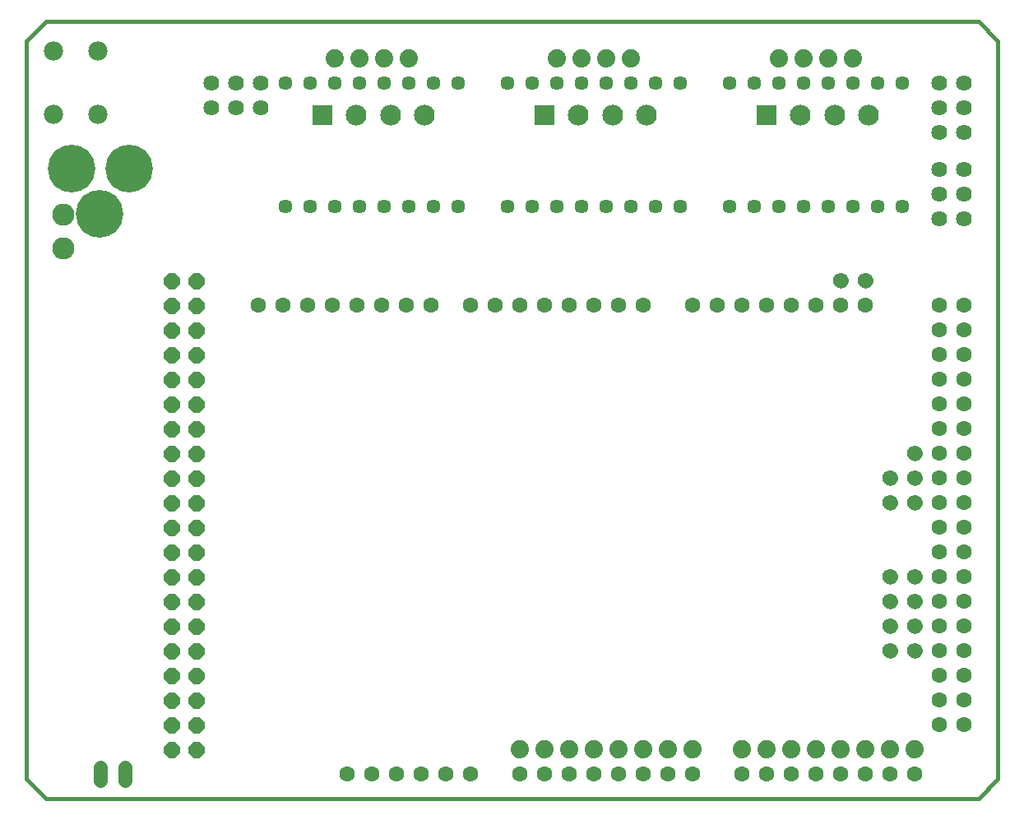
<source format=gbs>
G75*
%MOIN*%
%OFA0B0*%
%FSLAX25Y25*%
%IPPOS*%
%LPD*%
%AMOC8*
5,1,8,0,0,1.08239X$1,22.5*
%
%ADD10C,0.01600*%
%ADD11C,0.06306*%
%ADD12C,0.07400*%
%ADD13C,0.05715*%
%ADD14C,0.06400*%
%ADD15C,0.19298*%
%ADD16R,0.08400X0.08400*%
%ADD17C,0.08400*%
%ADD18C,0.09000*%
%ADD19C,0.07800*%
%ADD20OC8,0.06400*%
%ADD21C,0.05800*%
%ADD22C,0.05650*%
%ADD23C,0.00000*%
%ADD24C,0.06200*%
D10*
X0013573Y0009674D02*
X0021447Y0001800D01*
X0399400Y0001800D01*
X0407274Y0009674D01*
X0407274Y0308887D01*
X0399400Y0316761D01*
X0021447Y0316761D01*
X0013573Y0308887D01*
X0013573Y0308800D02*
X0013573Y0009800D01*
D11*
X0143573Y0011800D03*
X0153573Y0011800D03*
X0163573Y0011800D03*
X0173573Y0011800D03*
X0183573Y0011800D03*
X0193573Y0011800D03*
X0213573Y0011800D03*
X0223573Y0011800D03*
X0233573Y0011800D03*
X0243573Y0011800D03*
X0253573Y0011800D03*
X0263573Y0011800D03*
X0273573Y0011800D03*
X0283573Y0011800D03*
X0303573Y0011800D03*
X0313573Y0011800D03*
X0323573Y0011800D03*
X0333573Y0011800D03*
X0343573Y0011800D03*
X0353573Y0011800D03*
X0363573Y0011800D03*
X0373573Y0011800D03*
X0383573Y0031800D03*
X0393573Y0031800D03*
X0393573Y0041800D03*
X0383573Y0041800D03*
X0383573Y0051800D03*
X0393573Y0051800D03*
X0393573Y0061800D03*
X0383573Y0061800D03*
X0383573Y0071800D03*
X0393573Y0071800D03*
X0393573Y0081800D03*
X0383573Y0081800D03*
X0383573Y0091800D03*
X0393573Y0091800D03*
X0393573Y0101800D03*
X0383573Y0101800D03*
X0383573Y0111800D03*
X0393573Y0111800D03*
X0393573Y0121800D03*
X0383573Y0121800D03*
X0383573Y0131800D03*
X0393573Y0131800D03*
X0393573Y0141800D03*
X0383573Y0141800D03*
X0383573Y0151800D03*
X0393573Y0151800D03*
X0393573Y0161800D03*
X0383573Y0161800D03*
X0383573Y0171800D03*
X0393573Y0171800D03*
X0393573Y0181800D03*
X0383573Y0181800D03*
X0383573Y0191800D03*
X0393573Y0191800D03*
X0393573Y0201800D03*
X0383573Y0201800D03*
X0353573Y0201800D03*
X0343573Y0201800D03*
X0333573Y0201800D03*
X0323573Y0201800D03*
X0313573Y0201800D03*
X0303573Y0201800D03*
X0293573Y0201800D03*
X0283573Y0201800D03*
X0263573Y0201800D03*
X0253573Y0201800D03*
X0243573Y0201800D03*
X0233573Y0201800D03*
X0223573Y0201800D03*
X0213573Y0201800D03*
X0203573Y0201800D03*
X0193573Y0201800D03*
X0177573Y0201800D03*
X0167573Y0201800D03*
X0157573Y0201800D03*
X0147573Y0201800D03*
X0137573Y0201800D03*
X0127573Y0201800D03*
X0117573Y0201800D03*
X0107573Y0201800D03*
D12*
X0138573Y0301800D03*
X0148573Y0301800D03*
X0158573Y0301800D03*
X0168573Y0301800D03*
X0228573Y0301800D03*
X0238573Y0301800D03*
X0248573Y0301800D03*
X0258573Y0301800D03*
X0318573Y0301800D03*
X0328573Y0301800D03*
X0338573Y0301800D03*
X0348573Y0301800D03*
X0343573Y0021800D03*
X0333573Y0021800D03*
X0323573Y0021800D03*
X0313573Y0021800D03*
X0303573Y0021800D03*
X0283573Y0021800D03*
X0273573Y0021800D03*
X0263573Y0021800D03*
X0253573Y0021800D03*
X0243573Y0021800D03*
X0233573Y0021800D03*
X0223573Y0021800D03*
X0213573Y0021800D03*
X0353573Y0021800D03*
X0363573Y0021800D03*
X0373573Y0021800D03*
D13*
X0373573Y0121800D03*
X0373573Y0131800D03*
X0373573Y0141800D03*
X0368573Y0241800D03*
X0358573Y0241800D03*
X0348573Y0241800D03*
X0338573Y0241800D03*
X0328573Y0241800D03*
X0318573Y0241800D03*
X0308573Y0241800D03*
X0298573Y0241800D03*
X0278573Y0241800D03*
X0268573Y0241800D03*
X0258573Y0241800D03*
X0248573Y0241800D03*
X0238573Y0241800D03*
X0228573Y0241800D03*
X0218573Y0241800D03*
X0208573Y0241800D03*
X0188573Y0241800D03*
X0178573Y0241800D03*
X0168573Y0241800D03*
X0158573Y0241800D03*
X0148573Y0241800D03*
X0138573Y0241800D03*
X0128573Y0241800D03*
X0118573Y0241800D03*
X0118573Y0291800D03*
X0128573Y0291800D03*
X0138573Y0291800D03*
X0148573Y0291800D03*
X0158573Y0291800D03*
X0168573Y0291800D03*
X0178573Y0291800D03*
X0188573Y0291800D03*
X0208573Y0291800D03*
X0218573Y0291800D03*
X0228573Y0291800D03*
X0238573Y0291800D03*
X0248573Y0291800D03*
X0258573Y0291800D03*
X0268573Y0291800D03*
X0278573Y0291800D03*
X0298573Y0291800D03*
X0308573Y0291800D03*
X0318573Y0291800D03*
X0328573Y0291800D03*
X0338573Y0291800D03*
X0348573Y0291800D03*
X0358573Y0291800D03*
X0368573Y0291800D03*
D14*
X0383573Y0291800D03*
X0393573Y0291800D03*
X0393573Y0281800D03*
X0383573Y0281800D03*
X0383573Y0271800D03*
X0393573Y0271800D03*
X0393573Y0256800D03*
X0383573Y0256800D03*
X0383573Y0246800D03*
X0393573Y0246800D03*
X0393573Y0236800D03*
X0383573Y0236800D03*
X0108573Y0281800D03*
X0108573Y0291800D03*
X0098573Y0291800D03*
X0088573Y0291800D03*
X0088573Y0281800D03*
X0098573Y0281800D03*
D15*
X0055148Y0257194D03*
X0043337Y0238690D03*
X0031919Y0257194D03*
D16*
X0133573Y0278800D03*
X0223573Y0278800D03*
X0313573Y0278800D03*
D17*
X0327352Y0278800D03*
X0341132Y0278800D03*
X0354911Y0278800D03*
X0264911Y0278800D03*
X0251132Y0278800D03*
X0237352Y0278800D03*
X0174911Y0278800D03*
X0161132Y0278800D03*
X0147352Y0278800D03*
D18*
X0028573Y0238493D03*
X0028573Y0224713D03*
D19*
X0024673Y0279000D03*
X0042473Y0279000D03*
X0042473Y0304600D03*
X0024673Y0304600D03*
D20*
X0072431Y0211367D03*
X0082431Y0211367D03*
X0082431Y0201367D03*
X0072431Y0201367D03*
X0072431Y0191367D03*
X0082431Y0191367D03*
X0082431Y0181367D03*
X0072431Y0181367D03*
X0072431Y0171367D03*
X0082431Y0171367D03*
X0082431Y0161367D03*
X0072431Y0161367D03*
X0072431Y0151367D03*
X0082431Y0151367D03*
X0082431Y0141367D03*
X0072431Y0141367D03*
X0072431Y0131367D03*
X0082431Y0131367D03*
X0082431Y0121367D03*
X0072431Y0121367D03*
X0072431Y0111367D03*
X0082431Y0111367D03*
X0082431Y0101367D03*
X0072431Y0101367D03*
X0072431Y0091367D03*
X0082431Y0091367D03*
X0082431Y0081367D03*
X0072431Y0081367D03*
X0072431Y0071367D03*
X0082431Y0071367D03*
X0082431Y0061367D03*
X0072431Y0061367D03*
X0072431Y0051367D03*
X0082431Y0051367D03*
X0082431Y0041367D03*
X0072431Y0041367D03*
X0072431Y0031367D03*
X0082431Y0031367D03*
X0082431Y0021367D03*
X0072431Y0021367D03*
D21*
X0053573Y0014500D02*
X0053573Y0009100D01*
X0043573Y0009100D02*
X0043573Y0014500D01*
D22*
X0343573Y0211800D03*
X0353573Y0211800D03*
X0363573Y0131800D03*
X0363573Y0121800D03*
X0363573Y0091800D03*
X0373573Y0091800D03*
X0373573Y0081800D03*
X0373573Y0071800D03*
X0373573Y0061800D03*
X0363573Y0061800D03*
X0363573Y0071800D03*
X0363573Y0081800D03*
D23*
X0360673Y0081800D02*
X0360675Y0081907D01*
X0360681Y0082014D01*
X0360691Y0082121D01*
X0360705Y0082227D01*
X0360722Y0082333D01*
X0360744Y0082438D01*
X0360770Y0082542D01*
X0360799Y0082645D01*
X0360832Y0082747D01*
X0360869Y0082848D01*
X0360909Y0082947D01*
X0360954Y0083044D01*
X0361001Y0083140D01*
X0361053Y0083235D01*
X0361107Y0083327D01*
X0361165Y0083417D01*
X0361227Y0083505D01*
X0361291Y0083590D01*
X0361359Y0083673D01*
X0361430Y0083754D01*
X0361504Y0083832D01*
X0361580Y0083907D01*
X0361659Y0083979D01*
X0361741Y0084048D01*
X0361825Y0084114D01*
X0361912Y0084177D01*
X0362001Y0084237D01*
X0362092Y0084293D01*
X0362185Y0084346D01*
X0362280Y0084396D01*
X0362377Y0084442D01*
X0362476Y0084484D01*
X0362576Y0084523D01*
X0362677Y0084558D01*
X0362779Y0084589D01*
X0362883Y0084617D01*
X0362988Y0084640D01*
X0363093Y0084660D01*
X0363199Y0084676D01*
X0363305Y0084688D01*
X0363412Y0084696D01*
X0363519Y0084700D01*
X0363627Y0084700D01*
X0363734Y0084696D01*
X0363841Y0084688D01*
X0363947Y0084676D01*
X0364053Y0084660D01*
X0364158Y0084640D01*
X0364263Y0084617D01*
X0364367Y0084589D01*
X0364469Y0084558D01*
X0364570Y0084523D01*
X0364670Y0084484D01*
X0364769Y0084442D01*
X0364866Y0084396D01*
X0364961Y0084346D01*
X0365054Y0084293D01*
X0365145Y0084237D01*
X0365234Y0084177D01*
X0365321Y0084114D01*
X0365405Y0084048D01*
X0365487Y0083979D01*
X0365566Y0083907D01*
X0365642Y0083832D01*
X0365716Y0083754D01*
X0365787Y0083673D01*
X0365855Y0083590D01*
X0365919Y0083505D01*
X0365981Y0083417D01*
X0366039Y0083327D01*
X0366093Y0083235D01*
X0366145Y0083140D01*
X0366192Y0083044D01*
X0366237Y0082947D01*
X0366277Y0082848D01*
X0366314Y0082747D01*
X0366347Y0082645D01*
X0366376Y0082542D01*
X0366402Y0082438D01*
X0366424Y0082333D01*
X0366441Y0082227D01*
X0366455Y0082121D01*
X0366465Y0082014D01*
X0366471Y0081907D01*
X0366473Y0081800D01*
X0366471Y0081693D01*
X0366465Y0081586D01*
X0366455Y0081479D01*
X0366441Y0081373D01*
X0366424Y0081267D01*
X0366402Y0081162D01*
X0366376Y0081058D01*
X0366347Y0080955D01*
X0366314Y0080853D01*
X0366277Y0080752D01*
X0366237Y0080653D01*
X0366192Y0080556D01*
X0366145Y0080460D01*
X0366093Y0080365D01*
X0366039Y0080273D01*
X0365981Y0080183D01*
X0365919Y0080095D01*
X0365855Y0080010D01*
X0365787Y0079927D01*
X0365716Y0079846D01*
X0365642Y0079768D01*
X0365566Y0079693D01*
X0365487Y0079621D01*
X0365405Y0079552D01*
X0365321Y0079486D01*
X0365234Y0079423D01*
X0365145Y0079363D01*
X0365054Y0079307D01*
X0364961Y0079254D01*
X0364866Y0079204D01*
X0364769Y0079158D01*
X0364670Y0079116D01*
X0364570Y0079077D01*
X0364469Y0079042D01*
X0364367Y0079011D01*
X0364263Y0078983D01*
X0364158Y0078960D01*
X0364053Y0078940D01*
X0363947Y0078924D01*
X0363841Y0078912D01*
X0363734Y0078904D01*
X0363627Y0078900D01*
X0363519Y0078900D01*
X0363412Y0078904D01*
X0363305Y0078912D01*
X0363199Y0078924D01*
X0363093Y0078940D01*
X0362988Y0078960D01*
X0362883Y0078983D01*
X0362779Y0079011D01*
X0362677Y0079042D01*
X0362576Y0079077D01*
X0362476Y0079116D01*
X0362377Y0079158D01*
X0362280Y0079204D01*
X0362185Y0079254D01*
X0362092Y0079307D01*
X0362001Y0079363D01*
X0361912Y0079423D01*
X0361825Y0079486D01*
X0361741Y0079552D01*
X0361659Y0079621D01*
X0361580Y0079693D01*
X0361504Y0079768D01*
X0361430Y0079846D01*
X0361359Y0079927D01*
X0361291Y0080010D01*
X0361227Y0080095D01*
X0361165Y0080183D01*
X0361107Y0080273D01*
X0361053Y0080365D01*
X0361001Y0080460D01*
X0360954Y0080556D01*
X0360909Y0080653D01*
X0360869Y0080752D01*
X0360832Y0080853D01*
X0360799Y0080955D01*
X0360770Y0081058D01*
X0360744Y0081162D01*
X0360722Y0081267D01*
X0360705Y0081373D01*
X0360691Y0081479D01*
X0360681Y0081586D01*
X0360675Y0081693D01*
X0360673Y0081800D01*
X0360673Y0071800D02*
X0360675Y0071907D01*
X0360681Y0072014D01*
X0360691Y0072121D01*
X0360705Y0072227D01*
X0360722Y0072333D01*
X0360744Y0072438D01*
X0360770Y0072542D01*
X0360799Y0072645D01*
X0360832Y0072747D01*
X0360869Y0072848D01*
X0360909Y0072947D01*
X0360954Y0073044D01*
X0361001Y0073140D01*
X0361053Y0073235D01*
X0361107Y0073327D01*
X0361165Y0073417D01*
X0361227Y0073505D01*
X0361291Y0073590D01*
X0361359Y0073673D01*
X0361430Y0073754D01*
X0361504Y0073832D01*
X0361580Y0073907D01*
X0361659Y0073979D01*
X0361741Y0074048D01*
X0361825Y0074114D01*
X0361912Y0074177D01*
X0362001Y0074237D01*
X0362092Y0074293D01*
X0362185Y0074346D01*
X0362280Y0074396D01*
X0362377Y0074442D01*
X0362476Y0074484D01*
X0362576Y0074523D01*
X0362677Y0074558D01*
X0362779Y0074589D01*
X0362883Y0074617D01*
X0362988Y0074640D01*
X0363093Y0074660D01*
X0363199Y0074676D01*
X0363305Y0074688D01*
X0363412Y0074696D01*
X0363519Y0074700D01*
X0363627Y0074700D01*
X0363734Y0074696D01*
X0363841Y0074688D01*
X0363947Y0074676D01*
X0364053Y0074660D01*
X0364158Y0074640D01*
X0364263Y0074617D01*
X0364367Y0074589D01*
X0364469Y0074558D01*
X0364570Y0074523D01*
X0364670Y0074484D01*
X0364769Y0074442D01*
X0364866Y0074396D01*
X0364961Y0074346D01*
X0365054Y0074293D01*
X0365145Y0074237D01*
X0365234Y0074177D01*
X0365321Y0074114D01*
X0365405Y0074048D01*
X0365487Y0073979D01*
X0365566Y0073907D01*
X0365642Y0073832D01*
X0365716Y0073754D01*
X0365787Y0073673D01*
X0365855Y0073590D01*
X0365919Y0073505D01*
X0365981Y0073417D01*
X0366039Y0073327D01*
X0366093Y0073235D01*
X0366145Y0073140D01*
X0366192Y0073044D01*
X0366237Y0072947D01*
X0366277Y0072848D01*
X0366314Y0072747D01*
X0366347Y0072645D01*
X0366376Y0072542D01*
X0366402Y0072438D01*
X0366424Y0072333D01*
X0366441Y0072227D01*
X0366455Y0072121D01*
X0366465Y0072014D01*
X0366471Y0071907D01*
X0366473Y0071800D01*
X0366471Y0071693D01*
X0366465Y0071586D01*
X0366455Y0071479D01*
X0366441Y0071373D01*
X0366424Y0071267D01*
X0366402Y0071162D01*
X0366376Y0071058D01*
X0366347Y0070955D01*
X0366314Y0070853D01*
X0366277Y0070752D01*
X0366237Y0070653D01*
X0366192Y0070556D01*
X0366145Y0070460D01*
X0366093Y0070365D01*
X0366039Y0070273D01*
X0365981Y0070183D01*
X0365919Y0070095D01*
X0365855Y0070010D01*
X0365787Y0069927D01*
X0365716Y0069846D01*
X0365642Y0069768D01*
X0365566Y0069693D01*
X0365487Y0069621D01*
X0365405Y0069552D01*
X0365321Y0069486D01*
X0365234Y0069423D01*
X0365145Y0069363D01*
X0365054Y0069307D01*
X0364961Y0069254D01*
X0364866Y0069204D01*
X0364769Y0069158D01*
X0364670Y0069116D01*
X0364570Y0069077D01*
X0364469Y0069042D01*
X0364367Y0069011D01*
X0364263Y0068983D01*
X0364158Y0068960D01*
X0364053Y0068940D01*
X0363947Y0068924D01*
X0363841Y0068912D01*
X0363734Y0068904D01*
X0363627Y0068900D01*
X0363519Y0068900D01*
X0363412Y0068904D01*
X0363305Y0068912D01*
X0363199Y0068924D01*
X0363093Y0068940D01*
X0362988Y0068960D01*
X0362883Y0068983D01*
X0362779Y0069011D01*
X0362677Y0069042D01*
X0362576Y0069077D01*
X0362476Y0069116D01*
X0362377Y0069158D01*
X0362280Y0069204D01*
X0362185Y0069254D01*
X0362092Y0069307D01*
X0362001Y0069363D01*
X0361912Y0069423D01*
X0361825Y0069486D01*
X0361741Y0069552D01*
X0361659Y0069621D01*
X0361580Y0069693D01*
X0361504Y0069768D01*
X0361430Y0069846D01*
X0361359Y0069927D01*
X0361291Y0070010D01*
X0361227Y0070095D01*
X0361165Y0070183D01*
X0361107Y0070273D01*
X0361053Y0070365D01*
X0361001Y0070460D01*
X0360954Y0070556D01*
X0360909Y0070653D01*
X0360869Y0070752D01*
X0360832Y0070853D01*
X0360799Y0070955D01*
X0360770Y0071058D01*
X0360744Y0071162D01*
X0360722Y0071267D01*
X0360705Y0071373D01*
X0360691Y0071479D01*
X0360681Y0071586D01*
X0360675Y0071693D01*
X0360673Y0071800D01*
X0360673Y0061800D02*
X0360675Y0061907D01*
X0360681Y0062014D01*
X0360691Y0062121D01*
X0360705Y0062227D01*
X0360722Y0062333D01*
X0360744Y0062438D01*
X0360770Y0062542D01*
X0360799Y0062645D01*
X0360832Y0062747D01*
X0360869Y0062848D01*
X0360909Y0062947D01*
X0360954Y0063044D01*
X0361001Y0063140D01*
X0361053Y0063235D01*
X0361107Y0063327D01*
X0361165Y0063417D01*
X0361227Y0063505D01*
X0361291Y0063590D01*
X0361359Y0063673D01*
X0361430Y0063754D01*
X0361504Y0063832D01*
X0361580Y0063907D01*
X0361659Y0063979D01*
X0361741Y0064048D01*
X0361825Y0064114D01*
X0361912Y0064177D01*
X0362001Y0064237D01*
X0362092Y0064293D01*
X0362185Y0064346D01*
X0362280Y0064396D01*
X0362377Y0064442D01*
X0362476Y0064484D01*
X0362576Y0064523D01*
X0362677Y0064558D01*
X0362779Y0064589D01*
X0362883Y0064617D01*
X0362988Y0064640D01*
X0363093Y0064660D01*
X0363199Y0064676D01*
X0363305Y0064688D01*
X0363412Y0064696D01*
X0363519Y0064700D01*
X0363627Y0064700D01*
X0363734Y0064696D01*
X0363841Y0064688D01*
X0363947Y0064676D01*
X0364053Y0064660D01*
X0364158Y0064640D01*
X0364263Y0064617D01*
X0364367Y0064589D01*
X0364469Y0064558D01*
X0364570Y0064523D01*
X0364670Y0064484D01*
X0364769Y0064442D01*
X0364866Y0064396D01*
X0364961Y0064346D01*
X0365054Y0064293D01*
X0365145Y0064237D01*
X0365234Y0064177D01*
X0365321Y0064114D01*
X0365405Y0064048D01*
X0365487Y0063979D01*
X0365566Y0063907D01*
X0365642Y0063832D01*
X0365716Y0063754D01*
X0365787Y0063673D01*
X0365855Y0063590D01*
X0365919Y0063505D01*
X0365981Y0063417D01*
X0366039Y0063327D01*
X0366093Y0063235D01*
X0366145Y0063140D01*
X0366192Y0063044D01*
X0366237Y0062947D01*
X0366277Y0062848D01*
X0366314Y0062747D01*
X0366347Y0062645D01*
X0366376Y0062542D01*
X0366402Y0062438D01*
X0366424Y0062333D01*
X0366441Y0062227D01*
X0366455Y0062121D01*
X0366465Y0062014D01*
X0366471Y0061907D01*
X0366473Y0061800D01*
X0366471Y0061693D01*
X0366465Y0061586D01*
X0366455Y0061479D01*
X0366441Y0061373D01*
X0366424Y0061267D01*
X0366402Y0061162D01*
X0366376Y0061058D01*
X0366347Y0060955D01*
X0366314Y0060853D01*
X0366277Y0060752D01*
X0366237Y0060653D01*
X0366192Y0060556D01*
X0366145Y0060460D01*
X0366093Y0060365D01*
X0366039Y0060273D01*
X0365981Y0060183D01*
X0365919Y0060095D01*
X0365855Y0060010D01*
X0365787Y0059927D01*
X0365716Y0059846D01*
X0365642Y0059768D01*
X0365566Y0059693D01*
X0365487Y0059621D01*
X0365405Y0059552D01*
X0365321Y0059486D01*
X0365234Y0059423D01*
X0365145Y0059363D01*
X0365054Y0059307D01*
X0364961Y0059254D01*
X0364866Y0059204D01*
X0364769Y0059158D01*
X0364670Y0059116D01*
X0364570Y0059077D01*
X0364469Y0059042D01*
X0364367Y0059011D01*
X0364263Y0058983D01*
X0364158Y0058960D01*
X0364053Y0058940D01*
X0363947Y0058924D01*
X0363841Y0058912D01*
X0363734Y0058904D01*
X0363627Y0058900D01*
X0363519Y0058900D01*
X0363412Y0058904D01*
X0363305Y0058912D01*
X0363199Y0058924D01*
X0363093Y0058940D01*
X0362988Y0058960D01*
X0362883Y0058983D01*
X0362779Y0059011D01*
X0362677Y0059042D01*
X0362576Y0059077D01*
X0362476Y0059116D01*
X0362377Y0059158D01*
X0362280Y0059204D01*
X0362185Y0059254D01*
X0362092Y0059307D01*
X0362001Y0059363D01*
X0361912Y0059423D01*
X0361825Y0059486D01*
X0361741Y0059552D01*
X0361659Y0059621D01*
X0361580Y0059693D01*
X0361504Y0059768D01*
X0361430Y0059846D01*
X0361359Y0059927D01*
X0361291Y0060010D01*
X0361227Y0060095D01*
X0361165Y0060183D01*
X0361107Y0060273D01*
X0361053Y0060365D01*
X0361001Y0060460D01*
X0360954Y0060556D01*
X0360909Y0060653D01*
X0360869Y0060752D01*
X0360832Y0060853D01*
X0360799Y0060955D01*
X0360770Y0061058D01*
X0360744Y0061162D01*
X0360722Y0061267D01*
X0360705Y0061373D01*
X0360691Y0061479D01*
X0360681Y0061586D01*
X0360675Y0061693D01*
X0360673Y0061800D01*
X0370673Y0061800D02*
X0370675Y0061907D01*
X0370681Y0062014D01*
X0370691Y0062121D01*
X0370705Y0062227D01*
X0370722Y0062333D01*
X0370744Y0062438D01*
X0370770Y0062542D01*
X0370799Y0062645D01*
X0370832Y0062747D01*
X0370869Y0062848D01*
X0370909Y0062947D01*
X0370954Y0063044D01*
X0371001Y0063140D01*
X0371053Y0063235D01*
X0371107Y0063327D01*
X0371165Y0063417D01*
X0371227Y0063505D01*
X0371291Y0063590D01*
X0371359Y0063673D01*
X0371430Y0063754D01*
X0371504Y0063832D01*
X0371580Y0063907D01*
X0371659Y0063979D01*
X0371741Y0064048D01*
X0371825Y0064114D01*
X0371912Y0064177D01*
X0372001Y0064237D01*
X0372092Y0064293D01*
X0372185Y0064346D01*
X0372280Y0064396D01*
X0372377Y0064442D01*
X0372476Y0064484D01*
X0372576Y0064523D01*
X0372677Y0064558D01*
X0372779Y0064589D01*
X0372883Y0064617D01*
X0372988Y0064640D01*
X0373093Y0064660D01*
X0373199Y0064676D01*
X0373305Y0064688D01*
X0373412Y0064696D01*
X0373519Y0064700D01*
X0373627Y0064700D01*
X0373734Y0064696D01*
X0373841Y0064688D01*
X0373947Y0064676D01*
X0374053Y0064660D01*
X0374158Y0064640D01*
X0374263Y0064617D01*
X0374367Y0064589D01*
X0374469Y0064558D01*
X0374570Y0064523D01*
X0374670Y0064484D01*
X0374769Y0064442D01*
X0374866Y0064396D01*
X0374961Y0064346D01*
X0375054Y0064293D01*
X0375145Y0064237D01*
X0375234Y0064177D01*
X0375321Y0064114D01*
X0375405Y0064048D01*
X0375487Y0063979D01*
X0375566Y0063907D01*
X0375642Y0063832D01*
X0375716Y0063754D01*
X0375787Y0063673D01*
X0375855Y0063590D01*
X0375919Y0063505D01*
X0375981Y0063417D01*
X0376039Y0063327D01*
X0376093Y0063235D01*
X0376145Y0063140D01*
X0376192Y0063044D01*
X0376237Y0062947D01*
X0376277Y0062848D01*
X0376314Y0062747D01*
X0376347Y0062645D01*
X0376376Y0062542D01*
X0376402Y0062438D01*
X0376424Y0062333D01*
X0376441Y0062227D01*
X0376455Y0062121D01*
X0376465Y0062014D01*
X0376471Y0061907D01*
X0376473Y0061800D01*
X0376471Y0061693D01*
X0376465Y0061586D01*
X0376455Y0061479D01*
X0376441Y0061373D01*
X0376424Y0061267D01*
X0376402Y0061162D01*
X0376376Y0061058D01*
X0376347Y0060955D01*
X0376314Y0060853D01*
X0376277Y0060752D01*
X0376237Y0060653D01*
X0376192Y0060556D01*
X0376145Y0060460D01*
X0376093Y0060365D01*
X0376039Y0060273D01*
X0375981Y0060183D01*
X0375919Y0060095D01*
X0375855Y0060010D01*
X0375787Y0059927D01*
X0375716Y0059846D01*
X0375642Y0059768D01*
X0375566Y0059693D01*
X0375487Y0059621D01*
X0375405Y0059552D01*
X0375321Y0059486D01*
X0375234Y0059423D01*
X0375145Y0059363D01*
X0375054Y0059307D01*
X0374961Y0059254D01*
X0374866Y0059204D01*
X0374769Y0059158D01*
X0374670Y0059116D01*
X0374570Y0059077D01*
X0374469Y0059042D01*
X0374367Y0059011D01*
X0374263Y0058983D01*
X0374158Y0058960D01*
X0374053Y0058940D01*
X0373947Y0058924D01*
X0373841Y0058912D01*
X0373734Y0058904D01*
X0373627Y0058900D01*
X0373519Y0058900D01*
X0373412Y0058904D01*
X0373305Y0058912D01*
X0373199Y0058924D01*
X0373093Y0058940D01*
X0372988Y0058960D01*
X0372883Y0058983D01*
X0372779Y0059011D01*
X0372677Y0059042D01*
X0372576Y0059077D01*
X0372476Y0059116D01*
X0372377Y0059158D01*
X0372280Y0059204D01*
X0372185Y0059254D01*
X0372092Y0059307D01*
X0372001Y0059363D01*
X0371912Y0059423D01*
X0371825Y0059486D01*
X0371741Y0059552D01*
X0371659Y0059621D01*
X0371580Y0059693D01*
X0371504Y0059768D01*
X0371430Y0059846D01*
X0371359Y0059927D01*
X0371291Y0060010D01*
X0371227Y0060095D01*
X0371165Y0060183D01*
X0371107Y0060273D01*
X0371053Y0060365D01*
X0371001Y0060460D01*
X0370954Y0060556D01*
X0370909Y0060653D01*
X0370869Y0060752D01*
X0370832Y0060853D01*
X0370799Y0060955D01*
X0370770Y0061058D01*
X0370744Y0061162D01*
X0370722Y0061267D01*
X0370705Y0061373D01*
X0370691Y0061479D01*
X0370681Y0061586D01*
X0370675Y0061693D01*
X0370673Y0061800D01*
X0370673Y0071800D02*
X0370675Y0071907D01*
X0370681Y0072014D01*
X0370691Y0072121D01*
X0370705Y0072227D01*
X0370722Y0072333D01*
X0370744Y0072438D01*
X0370770Y0072542D01*
X0370799Y0072645D01*
X0370832Y0072747D01*
X0370869Y0072848D01*
X0370909Y0072947D01*
X0370954Y0073044D01*
X0371001Y0073140D01*
X0371053Y0073235D01*
X0371107Y0073327D01*
X0371165Y0073417D01*
X0371227Y0073505D01*
X0371291Y0073590D01*
X0371359Y0073673D01*
X0371430Y0073754D01*
X0371504Y0073832D01*
X0371580Y0073907D01*
X0371659Y0073979D01*
X0371741Y0074048D01*
X0371825Y0074114D01*
X0371912Y0074177D01*
X0372001Y0074237D01*
X0372092Y0074293D01*
X0372185Y0074346D01*
X0372280Y0074396D01*
X0372377Y0074442D01*
X0372476Y0074484D01*
X0372576Y0074523D01*
X0372677Y0074558D01*
X0372779Y0074589D01*
X0372883Y0074617D01*
X0372988Y0074640D01*
X0373093Y0074660D01*
X0373199Y0074676D01*
X0373305Y0074688D01*
X0373412Y0074696D01*
X0373519Y0074700D01*
X0373627Y0074700D01*
X0373734Y0074696D01*
X0373841Y0074688D01*
X0373947Y0074676D01*
X0374053Y0074660D01*
X0374158Y0074640D01*
X0374263Y0074617D01*
X0374367Y0074589D01*
X0374469Y0074558D01*
X0374570Y0074523D01*
X0374670Y0074484D01*
X0374769Y0074442D01*
X0374866Y0074396D01*
X0374961Y0074346D01*
X0375054Y0074293D01*
X0375145Y0074237D01*
X0375234Y0074177D01*
X0375321Y0074114D01*
X0375405Y0074048D01*
X0375487Y0073979D01*
X0375566Y0073907D01*
X0375642Y0073832D01*
X0375716Y0073754D01*
X0375787Y0073673D01*
X0375855Y0073590D01*
X0375919Y0073505D01*
X0375981Y0073417D01*
X0376039Y0073327D01*
X0376093Y0073235D01*
X0376145Y0073140D01*
X0376192Y0073044D01*
X0376237Y0072947D01*
X0376277Y0072848D01*
X0376314Y0072747D01*
X0376347Y0072645D01*
X0376376Y0072542D01*
X0376402Y0072438D01*
X0376424Y0072333D01*
X0376441Y0072227D01*
X0376455Y0072121D01*
X0376465Y0072014D01*
X0376471Y0071907D01*
X0376473Y0071800D01*
X0376471Y0071693D01*
X0376465Y0071586D01*
X0376455Y0071479D01*
X0376441Y0071373D01*
X0376424Y0071267D01*
X0376402Y0071162D01*
X0376376Y0071058D01*
X0376347Y0070955D01*
X0376314Y0070853D01*
X0376277Y0070752D01*
X0376237Y0070653D01*
X0376192Y0070556D01*
X0376145Y0070460D01*
X0376093Y0070365D01*
X0376039Y0070273D01*
X0375981Y0070183D01*
X0375919Y0070095D01*
X0375855Y0070010D01*
X0375787Y0069927D01*
X0375716Y0069846D01*
X0375642Y0069768D01*
X0375566Y0069693D01*
X0375487Y0069621D01*
X0375405Y0069552D01*
X0375321Y0069486D01*
X0375234Y0069423D01*
X0375145Y0069363D01*
X0375054Y0069307D01*
X0374961Y0069254D01*
X0374866Y0069204D01*
X0374769Y0069158D01*
X0374670Y0069116D01*
X0374570Y0069077D01*
X0374469Y0069042D01*
X0374367Y0069011D01*
X0374263Y0068983D01*
X0374158Y0068960D01*
X0374053Y0068940D01*
X0373947Y0068924D01*
X0373841Y0068912D01*
X0373734Y0068904D01*
X0373627Y0068900D01*
X0373519Y0068900D01*
X0373412Y0068904D01*
X0373305Y0068912D01*
X0373199Y0068924D01*
X0373093Y0068940D01*
X0372988Y0068960D01*
X0372883Y0068983D01*
X0372779Y0069011D01*
X0372677Y0069042D01*
X0372576Y0069077D01*
X0372476Y0069116D01*
X0372377Y0069158D01*
X0372280Y0069204D01*
X0372185Y0069254D01*
X0372092Y0069307D01*
X0372001Y0069363D01*
X0371912Y0069423D01*
X0371825Y0069486D01*
X0371741Y0069552D01*
X0371659Y0069621D01*
X0371580Y0069693D01*
X0371504Y0069768D01*
X0371430Y0069846D01*
X0371359Y0069927D01*
X0371291Y0070010D01*
X0371227Y0070095D01*
X0371165Y0070183D01*
X0371107Y0070273D01*
X0371053Y0070365D01*
X0371001Y0070460D01*
X0370954Y0070556D01*
X0370909Y0070653D01*
X0370869Y0070752D01*
X0370832Y0070853D01*
X0370799Y0070955D01*
X0370770Y0071058D01*
X0370744Y0071162D01*
X0370722Y0071267D01*
X0370705Y0071373D01*
X0370691Y0071479D01*
X0370681Y0071586D01*
X0370675Y0071693D01*
X0370673Y0071800D01*
X0370673Y0081800D02*
X0370675Y0081907D01*
X0370681Y0082014D01*
X0370691Y0082121D01*
X0370705Y0082227D01*
X0370722Y0082333D01*
X0370744Y0082438D01*
X0370770Y0082542D01*
X0370799Y0082645D01*
X0370832Y0082747D01*
X0370869Y0082848D01*
X0370909Y0082947D01*
X0370954Y0083044D01*
X0371001Y0083140D01*
X0371053Y0083235D01*
X0371107Y0083327D01*
X0371165Y0083417D01*
X0371227Y0083505D01*
X0371291Y0083590D01*
X0371359Y0083673D01*
X0371430Y0083754D01*
X0371504Y0083832D01*
X0371580Y0083907D01*
X0371659Y0083979D01*
X0371741Y0084048D01*
X0371825Y0084114D01*
X0371912Y0084177D01*
X0372001Y0084237D01*
X0372092Y0084293D01*
X0372185Y0084346D01*
X0372280Y0084396D01*
X0372377Y0084442D01*
X0372476Y0084484D01*
X0372576Y0084523D01*
X0372677Y0084558D01*
X0372779Y0084589D01*
X0372883Y0084617D01*
X0372988Y0084640D01*
X0373093Y0084660D01*
X0373199Y0084676D01*
X0373305Y0084688D01*
X0373412Y0084696D01*
X0373519Y0084700D01*
X0373627Y0084700D01*
X0373734Y0084696D01*
X0373841Y0084688D01*
X0373947Y0084676D01*
X0374053Y0084660D01*
X0374158Y0084640D01*
X0374263Y0084617D01*
X0374367Y0084589D01*
X0374469Y0084558D01*
X0374570Y0084523D01*
X0374670Y0084484D01*
X0374769Y0084442D01*
X0374866Y0084396D01*
X0374961Y0084346D01*
X0375054Y0084293D01*
X0375145Y0084237D01*
X0375234Y0084177D01*
X0375321Y0084114D01*
X0375405Y0084048D01*
X0375487Y0083979D01*
X0375566Y0083907D01*
X0375642Y0083832D01*
X0375716Y0083754D01*
X0375787Y0083673D01*
X0375855Y0083590D01*
X0375919Y0083505D01*
X0375981Y0083417D01*
X0376039Y0083327D01*
X0376093Y0083235D01*
X0376145Y0083140D01*
X0376192Y0083044D01*
X0376237Y0082947D01*
X0376277Y0082848D01*
X0376314Y0082747D01*
X0376347Y0082645D01*
X0376376Y0082542D01*
X0376402Y0082438D01*
X0376424Y0082333D01*
X0376441Y0082227D01*
X0376455Y0082121D01*
X0376465Y0082014D01*
X0376471Y0081907D01*
X0376473Y0081800D01*
X0376471Y0081693D01*
X0376465Y0081586D01*
X0376455Y0081479D01*
X0376441Y0081373D01*
X0376424Y0081267D01*
X0376402Y0081162D01*
X0376376Y0081058D01*
X0376347Y0080955D01*
X0376314Y0080853D01*
X0376277Y0080752D01*
X0376237Y0080653D01*
X0376192Y0080556D01*
X0376145Y0080460D01*
X0376093Y0080365D01*
X0376039Y0080273D01*
X0375981Y0080183D01*
X0375919Y0080095D01*
X0375855Y0080010D01*
X0375787Y0079927D01*
X0375716Y0079846D01*
X0375642Y0079768D01*
X0375566Y0079693D01*
X0375487Y0079621D01*
X0375405Y0079552D01*
X0375321Y0079486D01*
X0375234Y0079423D01*
X0375145Y0079363D01*
X0375054Y0079307D01*
X0374961Y0079254D01*
X0374866Y0079204D01*
X0374769Y0079158D01*
X0374670Y0079116D01*
X0374570Y0079077D01*
X0374469Y0079042D01*
X0374367Y0079011D01*
X0374263Y0078983D01*
X0374158Y0078960D01*
X0374053Y0078940D01*
X0373947Y0078924D01*
X0373841Y0078912D01*
X0373734Y0078904D01*
X0373627Y0078900D01*
X0373519Y0078900D01*
X0373412Y0078904D01*
X0373305Y0078912D01*
X0373199Y0078924D01*
X0373093Y0078940D01*
X0372988Y0078960D01*
X0372883Y0078983D01*
X0372779Y0079011D01*
X0372677Y0079042D01*
X0372576Y0079077D01*
X0372476Y0079116D01*
X0372377Y0079158D01*
X0372280Y0079204D01*
X0372185Y0079254D01*
X0372092Y0079307D01*
X0372001Y0079363D01*
X0371912Y0079423D01*
X0371825Y0079486D01*
X0371741Y0079552D01*
X0371659Y0079621D01*
X0371580Y0079693D01*
X0371504Y0079768D01*
X0371430Y0079846D01*
X0371359Y0079927D01*
X0371291Y0080010D01*
X0371227Y0080095D01*
X0371165Y0080183D01*
X0371107Y0080273D01*
X0371053Y0080365D01*
X0371001Y0080460D01*
X0370954Y0080556D01*
X0370909Y0080653D01*
X0370869Y0080752D01*
X0370832Y0080853D01*
X0370799Y0080955D01*
X0370770Y0081058D01*
X0370744Y0081162D01*
X0370722Y0081267D01*
X0370705Y0081373D01*
X0370691Y0081479D01*
X0370681Y0081586D01*
X0370675Y0081693D01*
X0370673Y0081800D01*
X0370673Y0091800D02*
X0370675Y0091907D01*
X0370681Y0092014D01*
X0370691Y0092121D01*
X0370705Y0092227D01*
X0370722Y0092333D01*
X0370744Y0092438D01*
X0370770Y0092542D01*
X0370799Y0092645D01*
X0370832Y0092747D01*
X0370869Y0092848D01*
X0370909Y0092947D01*
X0370954Y0093044D01*
X0371001Y0093140D01*
X0371053Y0093235D01*
X0371107Y0093327D01*
X0371165Y0093417D01*
X0371227Y0093505D01*
X0371291Y0093590D01*
X0371359Y0093673D01*
X0371430Y0093754D01*
X0371504Y0093832D01*
X0371580Y0093907D01*
X0371659Y0093979D01*
X0371741Y0094048D01*
X0371825Y0094114D01*
X0371912Y0094177D01*
X0372001Y0094237D01*
X0372092Y0094293D01*
X0372185Y0094346D01*
X0372280Y0094396D01*
X0372377Y0094442D01*
X0372476Y0094484D01*
X0372576Y0094523D01*
X0372677Y0094558D01*
X0372779Y0094589D01*
X0372883Y0094617D01*
X0372988Y0094640D01*
X0373093Y0094660D01*
X0373199Y0094676D01*
X0373305Y0094688D01*
X0373412Y0094696D01*
X0373519Y0094700D01*
X0373627Y0094700D01*
X0373734Y0094696D01*
X0373841Y0094688D01*
X0373947Y0094676D01*
X0374053Y0094660D01*
X0374158Y0094640D01*
X0374263Y0094617D01*
X0374367Y0094589D01*
X0374469Y0094558D01*
X0374570Y0094523D01*
X0374670Y0094484D01*
X0374769Y0094442D01*
X0374866Y0094396D01*
X0374961Y0094346D01*
X0375054Y0094293D01*
X0375145Y0094237D01*
X0375234Y0094177D01*
X0375321Y0094114D01*
X0375405Y0094048D01*
X0375487Y0093979D01*
X0375566Y0093907D01*
X0375642Y0093832D01*
X0375716Y0093754D01*
X0375787Y0093673D01*
X0375855Y0093590D01*
X0375919Y0093505D01*
X0375981Y0093417D01*
X0376039Y0093327D01*
X0376093Y0093235D01*
X0376145Y0093140D01*
X0376192Y0093044D01*
X0376237Y0092947D01*
X0376277Y0092848D01*
X0376314Y0092747D01*
X0376347Y0092645D01*
X0376376Y0092542D01*
X0376402Y0092438D01*
X0376424Y0092333D01*
X0376441Y0092227D01*
X0376455Y0092121D01*
X0376465Y0092014D01*
X0376471Y0091907D01*
X0376473Y0091800D01*
X0376471Y0091693D01*
X0376465Y0091586D01*
X0376455Y0091479D01*
X0376441Y0091373D01*
X0376424Y0091267D01*
X0376402Y0091162D01*
X0376376Y0091058D01*
X0376347Y0090955D01*
X0376314Y0090853D01*
X0376277Y0090752D01*
X0376237Y0090653D01*
X0376192Y0090556D01*
X0376145Y0090460D01*
X0376093Y0090365D01*
X0376039Y0090273D01*
X0375981Y0090183D01*
X0375919Y0090095D01*
X0375855Y0090010D01*
X0375787Y0089927D01*
X0375716Y0089846D01*
X0375642Y0089768D01*
X0375566Y0089693D01*
X0375487Y0089621D01*
X0375405Y0089552D01*
X0375321Y0089486D01*
X0375234Y0089423D01*
X0375145Y0089363D01*
X0375054Y0089307D01*
X0374961Y0089254D01*
X0374866Y0089204D01*
X0374769Y0089158D01*
X0374670Y0089116D01*
X0374570Y0089077D01*
X0374469Y0089042D01*
X0374367Y0089011D01*
X0374263Y0088983D01*
X0374158Y0088960D01*
X0374053Y0088940D01*
X0373947Y0088924D01*
X0373841Y0088912D01*
X0373734Y0088904D01*
X0373627Y0088900D01*
X0373519Y0088900D01*
X0373412Y0088904D01*
X0373305Y0088912D01*
X0373199Y0088924D01*
X0373093Y0088940D01*
X0372988Y0088960D01*
X0372883Y0088983D01*
X0372779Y0089011D01*
X0372677Y0089042D01*
X0372576Y0089077D01*
X0372476Y0089116D01*
X0372377Y0089158D01*
X0372280Y0089204D01*
X0372185Y0089254D01*
X0372092Y0089307D01*
X0372001Y0089363D01*
X0371912Y0089423D01*
X0371825Y0089486D01*
X0371741Y0089552D01*
X0371659Y0089621D01*
X0371580Y0089693D01*
X0371504Y0089768D01*
X0371430Y0089846D01*
X0371359Y0089927D01*
X0371291Y0090010D01*
X0371227Y0090095D01*
X0371165Y0090183D01*
X0371107Y0090273D01*
X0371053Y0090365D01*
X0371001Y0090460D01*
X0370954Y0090556D01*
X0370909Y0090653D01*
X0370869Y0090752D01*
X0370832Y0090853D01*
X0370799Y0090955D01*
X0370770Y0091058D01*
X0370744Y0091162D01*
X0370722Y0091267D01*
X0370705Y0091373D01*
X0370691Y0091479D01*
X0370681Y0091586D01*
X0370675Y0091693D01*
X0370673Y0091800D01*
X0360673Y0091800D02*
X0360675Y0091907D01*
X0360681Y0092014D01*
X0360691Y0092121D01*
X0360705Y0092227D01*
X0360722Y0092333D01*
X0360744Y0092438D01*
X0360770Y0092542D01*
X0360799Y0092645D01*
X0360832Y0092747D01*
X0360869Y0092848D01*
X0360909Y0092947D01*
X0360954Y0093044D01*
X0361001Y0093140D01*
X0361053Y0093235D01*
X0361107Y0093327D01*
X0361165Y0093417D01*
X0361227Y0093505D01*
X0361291Y0093590D01*
X0361359Y0093673D01*
X0361430Y0093754D01*
X0361504Y0093832D01*
X0361580Y0093907D01*
X0361659Y0093979D01*
X0361741Y0094048D01*
X0361825Y0094114D01*
X0361912Y0094177D01*
X0362001Y0094237D01*
X0362092Y0094293D01*
X0362185Y0094346D01*
X0362280Y0094396D01*
X0362377Y0094442D01*
X0362476Y0094484D01*
X0362576Y0094523D01*
X0362677Y0094558D01*
X0362779Y0094589D01*
X0362883Y0094617D01*
X0362988Y0094640D01*
X0363093Y0094660D01*
X0363199Y0094676D01*
X0363305Y0094688D01*
X0363412Y0094696D01*
X0363519Y0094700D01*
X0363627Y0094700D01*
X0363734Y0094696D01*
X0363841Y0094688D01*
X0363947Y0094676D01*
X0364053Y0094660D01*
X0364158Y0094640D01*
X0364263Y0094617D01*
X0364367Y0094589D01*
X0364469Y0094558D01*
X0364570Y0094523D01*
X0364670Y0094484D01*
X0364769Y0094442D01*
X0364866Y0094396D01*
X0364961Y0094346D01*
X0365054Y0094293D01*
X0365145Y0094237D01*
X0365234Y0094177D01*
X0365321Y0094114D01*
X0365405Y0094048D01*
X0365487Y0093979D01*
X0365566Y0093907D01*
X0365642Y0093832D01*
X0365716Y0093754D01*
X0365787Y0093673D01*
X0365855Y0093590D01*
X0365919Y0093505D01*
X0365981Y0093417D01*
X0366039Y0093327D01*
X0366093Y0093235D01*
X0366145Y0093140D01*
X0366192Y0093044D01*
X0366237Y0092947D01*
X0366277Y0092848D01*
X0366314Y0092747D01*
X0366347Y0092645D01*
X0366376Y0092542D01*
X0366402Y0092438D01*
X0366424Y0092333D01*
X0366441Y0092227D01*
X0366455Y0092121D01*
X0366465Y0092014D01*
X0366471Y0091907D01*
X0366473Y0091800D01*
X0366471Y0091693D01*
X0366465Y0091586D01*
X0366455Y0091479D01*
X0366441Y0091373D01*
X0366424Y0091267D01*
X0366402Y0091162D01*
X0366376Y0091058D01*
X0366347Y0090955D01*
X0366314Y0090853D01*
X0366277Y0090752D01*
X0366237Y0090653D01*
X0366192Y0090556D01*
X0366145Y0090460D01*
X0366093Y0090365D01*
X0366039Y0090273D01*
X0365981Y0090183D01*
X0365919Y0090095D01*
X0365855Y0090010D01*
X0365787Y0089927D01*
X0365716Y0089846D01*
X0365642Y0089768D01*
X0365566Y0089693D01*
X0365487Y0089621D01*
X0365405Y0089552D01*
X0365321Y0089486D01*
X0365234Y0089423D01*
X0365145Y0089363D01*
X0365054Y0089307D01*
X0364961Y0089254D01*
X0364866Y0089204D01*
X0364769Y0089158D01*
X0364670Y0089116D01*
X0364570Y0089077D01*
X0364469Y0089042D01*
X0364367Y0089011D01*
X0364263Y0088983D01*
X0364158Y0088960D01*
X0364053Y0088940D01*
X0363947Y0088924D01*
X0363841Y0088912D01*
X0363734Y0088904D01*
X0363627Y0088900D01*
X0363519Y0088900D01*
X0363412Y0088904D01*
X0363305Y0088912D01*
X0363199Y0088924D01*
X0363093Y0088940D01*
X0362988Y0088960D01*
X0362883Y0088983D01*
X0362779Y0089011D01*
X0362677Y0089042D01*
X0362576Y0089077D01*
X0362476Y0089116D01*
X0362377Y0089158D01*
X0362280Y0089204D01*
X0362185Y0089254D01*
X0362092Y0089307D01*
X0362001Y0089363D01*
X0361912Y0089423D01*
X0361825Y0089486D01*
X0361741Y0089552D01*
X0361659Y0089621D01*
X0361580Y0089693D01*
X0361504Y0089768D01*
X0361430Y0089846D01*
X0361359Y0089927D01*
X0361291Y0090010D01*
X0361227Y0090095D01*
X0361165Y0090183D01*
X0361107Y0090273D01*
X0361053Y0090365D01*
X0361001Y0090460D01*
X0360954Y0090556D01*
X0360909Y0090653D01*
X0360869Y0090752D01*
X0360832Y0090853D01*
X0360799Y0090955D01*
X0360770Y0091058D01*
X0360744Y0091162D01*
X0360722Y0091267D01*
X0360705Y0091373D01*
X0360691Y0091479D01*
X0360681Y0091586D01*
X0360675Y0091693D01*
X0360673Y0091800D01*
X0360673Y0121800D02*
X0360675Y0121907D01*
X0360681Y0122014D01*
X0360691Y0122121D01*
X0360705Y0122227D01*
X0360722Y0122333D01*
X0360744Y0122438D01*
X0360770Y0122542D01*
X0360799Y0122645D01*
X0360832Y0122747D01*
X0360869Y0122848D01*
X0360909Y0122947D01*
X0360954Y0123044D01*
X0361001Y0123140D01*
X0361053Y0123235D01*
X0361107Y0123327D01*
X0361165Y0123417D01*
X0361227Y0123505D01*
X0361291Y0123590D01*
X0361359Y0123673D01*
X0361430Y0123754D01*
X0361504Y0123832D01*
X0361580Y0123907D01*
X0361659Y0123979D01*
X0361741Y0124048D01*
X0361825Y0124114D01*
X0361912Y0124177D01*
X0362001Y0124237D01*
X0362092Y0124293D01*
X0362185Y0124346D01*
X0362280Y0124396D01*
X0362377Y0124442D01*
X0362476Y0124484D01*
X0362576Y0124523D01*
X0362677Y0124558D01*
X0362779Y0124589D01*
X0362883Y0124617D01*
X0362988Y0124640D01*
X0363093Y0124660D01*
X0363199Y0124676D01*
X0363305Y0124688D01*
X0363412Y0124696D01*
X0363519Y0124700D01*
X0363627Y0124700D01*
X0363734Y0124696D01*
X0363841Y0124688D01*
X0363947Y0124676D01*
X0364053Y0124660D01*
X0364158Y0124640D01*
X0364263Y0124617D01*
X0364367Y0124589D01*
X0364469Y0124558D01*
X0364570Y0124523D01*
X0364670Y0124484D01*
X0364769Y0124442D01*
X0364866Y0124396D01*
X0364961Y0124346D01*
X0365054Y0124293D01*
X0365145Y0124237D01*
X0365234Y0124177D01*
X0365321Y0124114D01*
X0365405Y0124048D01*
X0365487Y0123979D01*
X0365566Y0123907D01*
X0365642Y0123832D01*
X0365716Y0123754D01*
X0365787Y0123673D01*
X0365855Y0123590D01*
X0365919Y0123505D01*
X0365981Y0123417D01*
X0366039Y0123327D01*
X0366093Y0123235D01*
X0366145Y0123140D01*
X0366192Y0123044D01*
X0366237Y0122947D01*
X0366277Y0122848D01*
X0366314Y0122747D01*
X0366347Y0122645D01*
X0366376Y0122542D01*
X0366402Y0122438D01*
X0366424Y0122333D01*
X0366441Y0122227D01*
X0366455Y0122121D01*
X0366465Y0122014D01*
X0366471Y0121907D01*
X0366473Y0121800D01*
X0366471Y0121693D01*
X0366465Y0121586D01*
X0366455Y0121479D01*
X0366441Y0121373D01*
X0366424Y0121267D01*
X0366402Y0121162D01*
X0366376Y0121058D01*
X0366347Y0120955D01*
X0366314Y0120853D01*
X0366277Y0120752D01*
X0366237Y0120653D01*
X0366192Y0120556D01*
X0366145Y0120460D01*
X0366093Y0120365D01*
X0366039Y0120273D01*
X0365981Y0120183D01*
X0365919Y0120095D01*
X0365855Y0120010D01*
X0365787Y0119927D01*
X0365716Y0119846D01*
X0365642Y0119768D01*
X0365566Y0119693D01*
X0365487Y0119621D01*
X0365405Y0119552D01*
X0365321Y0119486D01*
X0365234Y0119423D01*
X0365145Y0119363D01*
X0365054Y0119307D01*
X0364961Y0119254D01*
X0364866Y0119204D01*
X0364769Y0119158D01*
X0364670Y0119116D01*
X0364570Y0119077D01*
X0364469Y0119042D01*
X0364367Y0119011D01*
X0364263Y0118983D01*
X0364158Y0118960D01*
X0364053Y0118940D01*
X0363947Y0118924D01*
X0363841Y0118912D01*
X0363734Y0118904D01*
X0363627Y0118900D01*
X0363519Y0118900D01*
X0363412Y0118904D01*
X0363305Y0118912D01*
X0363199Y0118924D01*
X0363093Y0118940D01*
X0362988Y0118960D01*
X0362883Y0118983D01*
X0362779Y0119011D01*
X0362677Y0119042D01*
X0362576Y0119077D01*
X0362476Y0119116D01*
X0362377Y0119158D01*
X0362280Y0119204D01*
X0362185Y0119254D01*
X0362092Y0119307D01*
X0362001Y0119363D01*
X0361912Y0119423D01*
X0361825Y0119486D01*
X0361741Y0119552D01*
X0361659Y0119621D01*
X0361580Y0119693D01*
X0361504Y0119768D01*
X0361430Y0119846D01*
X0361359Y0119927D01*
X0361291Y0120010D01*
X0361227Y0120095D01*
X0361165Y0120183D01*
X0361107Y0120273D01*
X0361053Y0120365D01*
X0361001Y0120460D01*
X0360954Y0120556D01*
X0360909Y0120653D01*
X0360869Y0120752D01*
X0360832Y0120853D01*
X0360799Y0120955D01*
X0360770Y0121058D01*
X0360744Y0121162D01*
X0360722Y0121267D01*
X0360705Y0121373D01*
X0360691Y0121479D01*
X0360681Y0121586D01*
X0360675Y0121693D01*
X0360673Y0121800D01*
X0360673Y0131800D02*
X0360675Y0131907D01*
X0360681Y0132014D01*
X0360691Y0132121D01*
X0360705Y0132227D01*
X0360722Y0132333D01*
X0360744Y0132438D01*
X0360770Y0132542D01*
X0360799Y0132645D01*
X0360832Y0132747D01*
X0360869Y0132848D01*
X0360909Y0132947D01*
X0360954Y0133044D01*
X0361001Y0133140D01*
X0361053Y0133235D01*
X0361107Y0133327D01*
X0361165Y0133417D01*
X0361227Y0133505D01*
X0361291Y0133590D01*
X0361359Y0133673D01*
X0361430Y0133754D01*
X0361504Y0133832D01*
X0361580Y0133907D01*
X0361659Y0133979D01*
X0361741Y0134048D01*
X0361825Y0134114D01*
X0361912Y0134177D01*
X0362001Y0134237D01*
X0362092Y0134293D01*
X0362185Y0134346D01*
X0362280Y0134396D01*
X0362377Y0134442D01*
X0362476Y0134484D01*
X0362576Y0134523D01*
X0362677Y0134558D01*
X0362779Y0134589D01*
X0362883Y0134617D01*
X0362988Y0134640D01*
X0363093Y0134660D01*
X0363199Y0134676D01*
X0363305Y0134688D01*
X0363412Y0134696D01*
X0363519Y0134700D01*
X0363627Y0134700D01*
X0363734Y0134696D01*
X0363841Y0134688D01*
X0363947Y0134676D01*
X0364053Y0134660D01*
X0364158Y0134640D01*
X0364263Y0134617D01*
X0364367Y0134589D01*
X0364469Y0134558D01*
X0364570Y0134523D01*
X0364670Y0134484D01*
X0364769Y0134442D01*
X0364866Y0134396D01*
X0364961Y0134346D01*
X0365054Y0134293D01*
X0365145Y0134237D01*
X0365234Y0134177D01*
X0365321Y0134114D01*
X0365405Y0134048D01*
X0365487Y0133979D01*
X0365566Y0133907D01*
X0365642Y0133832D01*
X0365716Y0133754D01*
X0365787Y0133673D01*
X0365855Y0133590D01*
X0365919Y0133505D01*
X0365981Y0133417D01*
X0366039Y0133327D01*
X0366093Y0133235D01*
X0366145Y0133140D01*
X0366192Y0133044D01*
X0366237Y0132947D01*
X0366277Y0132848D01*
X0366314Y0132747D01*
X0366347Y0132645D01*
X0366376Y0132542D01*
X0366402Y0132438D01*
X0366424Y0132333D01*
X0366441Y0132227D01*
X0366455Y0132121D01*
X0366465Y0132014D01*
X0366471Y0131907D01*
X0366473Y0131800D01*
X0366471Y0131693D01*
X0366465Y0131586D01*
X0366455Y0131479D01*
X0366441Y0131373D01*
X0366424Y0131267D01*
X0366402Y0131162D01*
X0366376Y0131058D01*
X0366347Y0130955D01*
X0366314Y0130853D01*
X0366277Y0130752D01*
X0366237Y0130653D01*
X0366192Y0130556D01*
X0366145Y0130460D01*
X0366093Y0130365D01*
X0366039Y0130273D01*
X0365981Y0130183D01*
X0365919Y0130095D01*
X0365855Y0130010D01*
X0365787Y0129927D01*
X0365716Y0129846D01*
X0365642Y0129768D01*
X0365566Y0129693D01*
X0365487Y0129621D01*
X0365405Y0129552D01*
X0365321Y0129486D01*
X0365234Y0129423D01*
X0365145Y0129363D01*
X0365054Y0129307D01*
X0364961Y0129254D01*
X0364866Y0129204D01*
X0364769Y0129158D01*
X0364670Y0129116D01*
X0364570Y0129077D01*
X0364469Y0129042D01*
X0364367Y0129011D01*
X0364263Y0128983D01*
X0364158Y0128960D01*
X0364053Y0128940D01*
X0363947Y0128924D01*
X0363841Y0128912D01*
X0363734Y0128904D01*
X0363627Y0128900D01*
X0363519Y0128900D01*
X0363412Y0128904D01*
X0363305Y0128912D01*
X0363199Y0128924D01*
X0363093Y0128940D01*
X0362988Y0128960D01*
X0362883Y0128983D01*
X0362779Y0129011D01*
X0362677Y0129042D01*
X0362576Y0129077D01*
X0362476Y0129116D01*
X0362377Y0129158D01*
X0362280Y0129204D01*
X0362185Y0129254D01*
X0362092Y0129307D01*
X0362001Y0129363D01*
X0361912Y0129423D01*
X0361825Y0129486D01*
X0361741Y0129552D01*
X0361659Y0129621D01*
X0361580Y0129693D01*
X0361504Y0129768D01*
X0361430Y0129846D01*
X0361359Y0129927D01*
X0361291Y0130010D01*
X0361227Y0130095D01*
X0361165Y0130183D01*
X0361107Y0130273D01*
X0361053Y0130365D01*
X0361001Y0130460D01*
X0360954Y0130556D01*
X0360909Y0130653D01*
X0360869Y0130752D01*
X0360832Y0130853D01*
X0360799Y0130955D01*
X0360770Y0131058D01*
X0360744Y0131162D01*
X0360722Y0131267D01*
X0360705Y0131373D01*
X0360691Y0131479D01*
X0360681Y0131586D01*
X0360675Y0131693D01*
X0360673Y0131800D01*
X0370673Y0131800D02*
X0370675Y0131907D01*
X0370681Y0132014D01*
X0370691Y0132121D01*
X0370705Y0132227D01*
X0370722Y0132333D01*
X0370744Y0132438D01*
X0370770Y0132542D01*
X0370799Y0132645D01*
X0370832Y0132747D01*
X0370869Y0132848D01*
X0370909Y0132947D01*
X0370954Y0133044D01*
X0371001Y0133140D01*
X0371053Y0133235D01*
X0371107Y0133327D01*
X0371165Y0133417D01*
X0371227Y0133505D01*
X0371291Y0133590D01*
X0371359Y0133673D01*
X0371430Y0133754D01*
X0371504Y0133832D01*
X0371580Y0133907D01*
X0371659Y0133979D01*
X0371741Y0134048D01*
X0371825Y0134114D01*
X0371912Y0134177D01*
X0372001Y0134237D01*
X0372092Y0134293D01*
X0372185Y0134346D01*
X0372280Y0134396D01*
X0372377Y0134442D01*
X0372476Y0134484D01*
X0372576Y0134523D01*
X0372677Y0134558D01*
X0372779Y0134589D01*
X0372883Y0134617D01*
X0372988Y0134640D01*
X0373093Y0134660D01*
X0373199Y0134676D01*
X0373305Y0134688D01*
X0373412Y0134696D01*
X0373519Y0134700D01*
X0373627Y0134700D01*
X0373734Y0134696D01*
X0373841Y0134688D01*
X0373947Y0134676D01*
X0374053Y0134660D01*
X0374158Y0134640D01*
X0374263Y0134617D01*
X0374367Y0134589D01*
X0374469Y0134558D01*
X0374570Y0134523D01*
X0374670Y0134484D01*
X0374769Y0134442D01*
X0374866Y0134396D01*
X0374961Y0134346D01*
X0375054Y0134293D01*
X0375145Y0134237D01*
X0375234Y0134177D01*
X0375321Y0134114D01*
X0375405Y0134048D01*
X0375487Y0133979D01*
X0375566Y0133907D01*
X0375642Y0133832D01*
X0375716Y0133754D01*
X0375787Y0133673D01*
X0375855Y0133590D01*
X0375919Y0133505D01*
X0375981Y0133417D01*
X0376039Y0133327D01*
X0376093Y0133235D01*
X0376145Y0133140D01*
X0376192Y0133044D01*
X0376237Y0132947D01*
X0376277Y0132848D01*
X0376314Y0132747D01*
X0376347Y0132645D01*
X0376376Y0132542D01*
X0376402Y0132438D01*
X0376424Y0132333D01*
X0376441Y0132227D01*
X0376455Y0132121D01*
X0376465Y0132014D01*
X0376471Y0131907D01*
X0376473Y0131800D01*
X0376471Y0131693D01*
X0376465Y0131586D01*
X0376455Y0131479D01*
X0376441Y0131373D01*
X0376424Y0131267D01*
X0376402Y0131162D01*
X0376376Y0131058D01*
X0376347Y0130955D01*
X0376314Y0130853D01*
X0376277Y0130752D01*
X0376237Y0130653D01*
X0376192Y0130556D01*
X0376145Y0130460D01*
X0376093Y0130365D01*
X0376039Y0130273D01*
X0375981Y0130183D01*
X0375919Y0130095D01*
X0375855Y0130010D01*
X0375787Y0129927D01*
X0375716Y0129846D01*
X0375642Y0129768D01*
X0375566Y0129693D01*
X0375487Y0129621D01*
X0375405Y0129552D01*
X0375321Y0129486D01*
X0375234Y0129423D01*
X0375145Y0129363D01*
X0375054Y0129307D01*
X0374961Y0129254D01*
X0374866Y0129204D01*
X0374769Y0129158D01*
X0374670Y0129116D01*
X0374570Y0129077D01*
X0374469Y0129042D01*
X0374367Y0129011D01*
X0374263Y0128983D01*
X0374158Y0128960D01*
X0374053Y0128940D01*
X0373947Y0128924D01*
X0373841Y0128912D01*
X0373734Y0128904D01*
X0373627Y0128900D01*
X0373519Y0128900D01*
X0373412Y0128904D01*
X0373305Y0128912D01*
X0373199Y0128924D01*
X0373093Y0128940D01*
X0372988Y0128960D01*
X0372883Y0128983D01*
X0372779Y0129011D01*
X0372677Y0129042D01*
X0372576Y0129077D01*
X0372476Y0129116D01*
X0372377Y0129158D01*
X0372280Y0129204D01*
X0372185Y0129254D01*
X0372092Y0129307D01*
X0372001Y0129363D01*
X0371912Y0129423D01*
X0371825Y0129486D01*
X0371741Y0129552D01*
X0371659Y0129621D01*
X0371580Y0129693D01*
X0371504Y0129768D01*
X0371430Y0129846D01*
X0371359Y0129927D01*
X0371291Y0130010D01*
X0371227Y0130095D01*
X0371165Y0130183D01*
X0371107Y0130273D01*
X0371053Y0130365D01*
X0371001Y0130460D01*
X0370954Y0130556D01*
X0370909Y0130653D01*
X0370869Y0130752D01*
X0370832Y0130853D01*
X0370799Y0130955D01*
X0370770Y0131058D01*
X0370744Y0131162D01*
X0370722Y0131267D01*
X0370705Y0131373D01*
X0370691Y0131479D01*
X0370681Y0131586D01*
X0370675Y0131693D01*
X0370673Y0131800D01*
X0370673Y0121800D02*
X0370675Y0121907D01*
X0370681Y0122014D01*
X0370691Y0122121D01*
X0370705Y0122227D01*
X0370722Y0122333D01*
X0370744Y0122438D01*
X0370770Y0122542D01*
X0370799Y0122645D01*
X0370832Y0122747D01*
X0370869Y0122848D01*
X0370909Y0122947D01*
X0370954Y0123044D01*
X0371001Y0123140D01*
X0371053Y0123235D01*
X0371107Y0123327D01*
X0371165Y0123417D01*
X0371227Y0123505D01*
X0371291Y0123590D01*
X0371359Y0123673D01*
X0371430Y0123754D01*
X0371504Y0123832D01*
X0371580Y0123907D01*
X0371659Y0123979D01*
X0371741Y0124048D01*
X0371825Y0124114D01*
X0371912Y0124177D01*
X0372001Y0124237D01*
X0372092Y0124293D01*
X0372185Y0124346D01*
X0372280Y0124396D01*
X0372377Y0124442D01*
X0372476Y0124484D01*
X0372576Y0124523D01*
X0372677Y0124558D01*
X0372779Y0124589D01*
X0372883Y0124617D01*
X0372988Y0124640D01*
X0373093Y0124660D01*
X0373199Y0124676D01*
X0373305Y0124688D01*
X0373412Y0124696D01*
X0373519Y0124700D01*
X0373627Y0124700D01*
X0373734Y0124696D01*
X0373841Y0124688D01*
X0373947Y0124676D01*
X0374053Y0124660D01*
X0374158Y0124640D01*
X0374263Y0124617D01*
X0374367Y0124589D01*
X0374469Y0124558D01*
X0374570Y0124523D01*
X0374670Y0124484D01*
X0374769Y0124442D01*
X0374866Y0124396D01*
X0374961Y0124346D01*
X0375054Y0124293D01*
X0375145Y0124237D01*
X0375234Y0124177D01*
X0375321Y0124114D01*
X0375405Y0124048D01*
X0375487Y0123979D01*
X0375566Y0123907D01*
X0375642Y0123832D01*
X0375716Y0123754D01*
X0375787Y0123673D01*
X0375855Y0123590D01*
X0375919Y0123505D01*
X0375981Y0123417D01*
X0376039Y0123327D01*
X0376093Y0123235D01*
X0376145Y0123140D01*
X0376192Y0123044D01*
X0376237Y0122947D01*
X0376277Y0122848D01*
X0376314Y0122747D01*
X0376347Y0122645D01*
X0376376Y0122542D01*
X0376402Y0122438D01*
X0376424Y0122333D01*
X0376441Y0122227D01*
X0376455Y0122121D01*
X0376465Y0122014D01*
X0376471Y0121907D01*
X0376473Y0121800D01*
X0376471Y0121693D01*
X0376465Y0121586D01*
X0376455Y0121479D01*
X0376441Y0121373D01*
X0376424Y0121267D01*
X0376402Y0121162D01*
X0376376Y0121058D01*
X0376347Y0120955D01*
X0376314Y0120853D01*
X0376277Y0120752D01*
X0376237Y0120653D01*
X0376192Y0120556D01*
X0376145Y0120460D01*
X0376093Y0120365D01*
X0376039Y0120273D01*
X0375981Y0120183D01*
X0375919Y0120095D01*
X0375855Y0120010D01*
X0375787Y0119927D01*
X0375716Y0119846D01*
X0375642Y0119768D01*
X0375566Y0119693D01*
X0375487Y0119621D01*
X0375405Y0119552D01*
X0375321Y0119486D01*
X0375234Y0119423D01*
X0375145Y0119363D01*
X0375054Y0119307D01*
X0374961Y0119254D01*
X0374866Y0119204D01*
X0374769Y0119158D01*
X0374670Y0119116D01*
X0374570Y0119077D01*
X0374469Y0119042D01*
X0374367Y0119011D01*
X0374263Y0118983D01*
X0374158Y0118960D01*
X0374053Y0118940D01*
X0373947Y0118924D01*
X0373841Y0118912D01*
X0373734Y0118904D01*
X0373627Y0118900D01*
X0373519Y0118900D01*
X0373412Y0118904D01*
X0373305Y0118912D01*
X0373199Y0118924D01*
X0373093Y0118940D01*
X0372988Y0118960D01*
X0372883Y0118983D01*
X0372779Y0119011D01*
X0372677Y0119042D01*
X0372576Y0119077D01*
X0372476Y0119116D01*
X0372377Y0119158D01*
X0372280Y0119204D01*
X0372185Y0119254D01*
X0372092Y0119307D01*
X0372001Y0119363D01*
X0371912Y0119423D01*
X0371825Y0119486D01*
X0371741Y0119552D01*
X0371659Y0119621D01*
X0371580Y0119693D01*
X0371504Y0119768D01*
X0371430Y0119846D01*
X0371359Y0119927D01*
X0371291Y0120010D01*
X0371227Y0120095D01*
X0371165Y0120183D01*
X0371107Y0120273D01*
X0371053Y0120365D01*
X0371001Y0120460D01*
X0370954Y0120556D01*
X0370909Y0120653D01*
X0370869Y0120752D01*
X0370832Y0120853D01*
X0370799Y0120955D01*
X0370770Y0121058D01*
X0370744Y0121162D01*
X0370722Y0121267D01*
X0370705Y0121373D01*
X0370691Y0121479D01*
X0370681Y0121586D01*
X0370675Y0121693D01*
X0370673Y0121800D01*
X0370673Y0141800D02*
X0370675Y0141907D01*
X0370681Y0142014D01*
X0370691Y0142121D01*
X0370705Y0142227D01*
X0370722Y0142333D01*
X0370744Y0142438D01*
X0370770Y0142542D01*
X0370799Y0142645D01*
X0370832Y0142747D01*
X0370869Y0142848D01*
X0370909Y0142947D01*
X0370954Y0143044D01*
X0371001Y0143140D01*
X0371053Y0143235D01*
X0371107Y0143327D01*
X0371165Y0143417D01*
X0371227Y0143505D01*
X0371291Y0143590D01*
X0371359Y0143673D01*
X0371430Y0143754D01*
X0371504Y0143832D01*
X0371580Y0143907D01*
X0371659Y0143979D01*
X0371741Y0144048D01*
X0371825Y0144114D01*
X0371912Y0144177D01*
X0372001Y0144237D01*
X0372092Y0144293D01*
X0372185Y0144346D01*
X0372280Y0144396D01*
X0372377Y0144442D01*
X0372476Y0144484D01*
X0372576Y0144523D01*
X0372677Y0144558D01*
X0372779Y0144589D01*
X0372883Y0144617D01*
X0372988Y0144640D01*
X0373093Y0144660D01*
X0373199Y0144676D01*
X0373305Y0144688D01*
X0373412Y0144696D01*
X0373519Y0144700D01*
X0373627Y0144700D01*
X0373734Y0144696D01*
X0373841Y0144688D01*
X0373947Y0144676D01*
X0374053Y0144660D01*
X0374158Y0144640D01*
X0374263Y0144617D01*
X0374367Y0144589D01*
X0374469Y0144558D01*
X0374570Y0144523D01*
X0374670Y0144484D01*
X0374769Y0144442D01*
X0374866Y0144396D01*
X0374961Y0144346D01*
X0375054Y0144293D01*
X0375145Y0144237D01*
X0375234Y0144177D01*
X0375321Y0144114D01*
X0375405Y0144048D01*
X0375487Y0143979D01*
X0375566Y0143907D01*
X0375642Y0143832D01*
X0375716Y0143754D01*
X0375787Y0143673D01*
X0375855Y0143590D01*
X0375919Y0143505D01*
X0375981Y0143417D01*
X0376039Y0143327D01*
X0376093Y0143235D01*
X0376145Y0143140D01*
X0376192Y0143044D01*
X0376237Y0142947D01*
X0376277Y0142848D01*
X0376314Y0142747D01*
X0376347Y0142645D01*
X0376376Y0142542D01*
X0376402Y0142438D01*
X0376424Y0142333D01*
X0376441Y0142227D01*
X0376455Y0142121D01*
X0376465Y0142014D01*
X0376471Y0141907D01*
X0376473Y0141800D01*
X0376471Y0141693D01*
X0376465Y0141586D01*
X0376455Y0141479D01*
X0376441Y0141373D01*
X0376424Y0141267D01*
X0376402Y0141162D01*
X0376376Y0141058D01*
X0376347Y0140955D01*
X0376314Y0140853D01*
X0376277Y0140752D01*
X0376237Y0140653D01*
X0376192Y0140556D01*
X0376145Y0140460D01*
X0376093Y0140365D01*
X0376039Y0140273D01*
X0375981Y0140183D01*
X0375919Y0140095D01*
X0375855Y0140010D01*
X0375787Y0139927D01*
X0375716Y0139846D01*
X0375642Y0139768D01*
X0375566Y0139693D01*
X0375487Y0139621D01*
X0375405Y0139552D01*
X0375321Y0139486D01*
X0375234Y0139423D01*
X0375145Y0139363D01*
X0375054Y0139307D01*
X0374961Y0139254D01*
X0374866Y0139204D01*
X0374769Y0139158D01*
X0374670Y0139116D01*
X0374570Y0139077D01*
X0374469Y0139042D01*
X0374367Y0139011D01*
X0374263Y0138983D01*
X0374158Y0138960D01*
X0374053Y0138940D01*
X0373947Y0138924D01*
X0373841Y0138912D01*
X0373734Y0138904D01*
X0373627Y0138900D01*
X0373519Y0138900D01*
X0373412Y0138904D01*
X0373305Y0138912D01*
X0373199Y0138924D01*
X0373093Y0138940D01*
X0372988Y0138960D01*
X0372883Y0138983D01*
X0372779Y0139011D01*
X0372677Y0139042D01*
X0372576Y0139077D01*
X0372476Y0139116D01*
X0372377Y0139158D01*
X0372280Y0139204D01*
X0372185Y0139254D01*
X0372092Y0139307D01*
X0372001Y0139363D01*
X0371912Y0139423D01*
X0371825Y0139486D01*
X0371741Y0139552D01*
X0371659Y0139621D01*
X0371580Y0139693D01*
X0371504Y0139768D01*
X0371430Y0139846D01*
X0371359Y0139927D01*
X0371291Y0140010D01*
X0371227Y0140095D01*
X0371165Y0140183D01*
X0371107Y0140273D01*
X0371053Y0140365D01*
X0371001Y0140460D01*
X0370954Y0140556D01*
X0370909Y0140653D01*
X0370869Y0140752D01*
X0370832Y0140853D01*
X0370799Y0140955D01*
X0370770Y0141058D01*
X0370744Y0141162D01*
X0370722Y0141267D01*
X0370705Y0141373D01*
X0370691Y0141479D01*
X0370681Y0141586D01*
X0370675Y0141693D01*
X0370673Y0141800D01*
X0350673Y0211800D02*
X0350675Y0211907D01*
X0350681Y0212014D01*
X0350691Y0212121D01*
X0350705Y0212227D01*
X0350722Y0212333D01*
X0350744Y0212438D01*
X0350770Y0212542D01*
X0350799Y0212645D01*
X0350832Y0212747D01*
X0350869Y0212848D01*
X0350909Y0212947D01*
X0350954Y0213044D01*
X0351001Y0213140D01*
X0351053Y0213235D01*
X0351107Y0213327D01*
X0351165Y0213417D01*
X0351227Y0213505D01*
X0351291Y0213590D01*
X0351359Y0213673D01*
X0351430Y0213754D01*
X0351504Y0213832D01*
X0351580Y0213907D01*
X0351659Y0213979D01*
X0351741Y0214048D01*
X0351825Y0214114D01*
X0351912Y0214177D01*
X0352001Y0214237D01*
X0352092Y0214293D01*
X0352185Y0214346D01*
X0352280Y0214396D01*
X0352377Y0214442D01*
X0352476Y0214484D01*
X0352576Y0214523D01*
X0352677Y0214558D01*
X0352779Y0214589D01*
X0352883Y0214617D01*
X0352988Y0214640D01*
X0353093Y0214660D01*
X0353199Y0214676D01*
X0353305Y0214688D01*
X0353412Y0214696D01*
X0353519Y0214700D01*
X0353627Y0214700D01*
X0353734Y0214696D01*
X0353841Y0214688D01*
X0353947Y0214676D01*
X0354053Y0214660D01*
X0354158Y0214640D01*
X0354263Y0214617D01*
X0354367Y0214589D01*
X0354469Y0214558D01*
X0354570Y0214523D01*
X0354670Y0214484D01*
X0354769Y0214442D01*
X0354866Y0214396D01*
X0354961Y0214346D01*
X0355054Y0214293D01*
X0355145Y0214237D01*
X0355234Y0214177D01*
X0355321Y0214114D01*
X0355405Y0214048D01*
X0355487Y0213979D01*
X0355566Y0213907D01*
X0355642Y0213832D01*
X0355716Y0213754D01*
X0355787Y0213673D01*
X0355855Y0213590D01*
X0355919Y0213505D01*
X0355981Y0213417D01*
X0356039Y0213327D01*
X0356093Y0213235D01*
X0356145Y0213140D01*
X0356192Y0213044D01*
X0356237Y0212947D01*
X0356277Y0212848D01*
X0356314Y0212747D01*
X0356347Y0212645D01*
X0356376Y0212542D01*
X0356402Y0212438D01*
X0356424Y0212333D01*
X0356441Y0212227D01*
X0356455Y0212121D01*
X0356465Y0212014D01*
X0356471Y0211907D01*
X0356473Y0211800D01*
X0356471Y0211693D01*
X0356465Y0211586D01*
X0356455Y0211479D01*
X0356441Y0211373D01*
X0356424Y0211267D01*
X0356402Y0211162D01*
X0356376Y0211058D01*
X0356347Y0210955D01*
X0356314Y0210853D01*
X0356277Y0210752D01*
X0356237Y0210653D01*
X0356192Y0210556D01*
X0356145Y0210460D01*
X0356093Y0210365D01*
X0356039Y0210273D01*
X0355981Y0210183D01*
X0355919Y0210095D01*
X0355855Y0210010D01*
X0355787Y0209927D01*
X0355716Y0209846D01*
X0355642Y0209768D01*
X0355566Y0209693D01*
X0355487Y0209621D01*
X0355405Y0209552D01*
X0355321Y0209486D01*
X0355234Y0209423D01*
X0355145Y0209363D01*
X0355054Y0209307D01*
X0354961Y0209254D01*
X0354866Y0209204D01*
X0354769Y0209158D01*
X0354670Y0209116D01*
X0354570Y0209077D01*
X0354469Y0209042D01*
X0354367Y0209011D01*
X0354263Y0208983D01*
X0354158Y0208960D01*
X0354053Y0208940D01*
X0353947Y0208924D01*
X0353841Y0208912D01*
X0353734Y0208904D01*
X0353627Y0208900D01*
X0353519Y0208900D01*
X0353412Y0208904D01*
X0353305Y0208912D01*
X0353199Y0208924D01*
X0353093Y0208940D01*
X0352988Y0208960D01*
X0352883Y0208983D01*
X0352779Y0209011D01*
X0352677Y0209042D01*
X0352576Y0209077D01*
X0352476Y0209116D01*
X0352377Y0209158D01*
X0352280Y0209204D01*
X0352185Y0209254D01*
X0352092Y0209307D01*
X0352001Y0209363D01*
X0351912Y0209423D01*
X0351825Y0209486D01*
X0351741Y0209552D01*
X0351659Y0209621D01*
X0351580Y0209693D01*
X0351504Y0209768D01*
X0351430Y0209846D01*
X0351359Y0209927D01*
X0351291Y0210010D01*
X0351227Y0210095D01*
X0351165Y0210183D01*
X0351107Y0210273D01*
X0351053Y0210365D01*
X0351001Y0210460D01*
X0350954Y0210556D01*
X0350909Y0210653D01*
X0350869Y0210752D01*
X0350832Y0210853D01*
X0350799Y0210955D01*
X0350770Y0211058D01*
X0350744Y0211162D01*
X0350722Y0211267D01*
X0350705Y0211373D01*
X0350691Y0211479D01*
X0350681Y0211586D01*
X0350675Y0211693D01*
X0350673Y0211800D01*
X0340673Y0211800D02*
X0340675Y0211907D01*
X0340681Y0212014D01*
X0340691Y0212121D01*
X0340705Y0212227D01*
X0340722Y0212333D01*
X0340744Y0212438D01*
X0340770Y0212542D01*
X0340799Y0212645D01*
X0340832Y0212747D01*
X0340869Y0212848D01*
X0340909Y0212947D01*
X0340954Y0213044D01*
X0341001Y0213140D01*
X0341053Y0213235D01*
X0341107Y0213327D01*
X0341165Y0213417D01*
X0341227Y0213505D01*
X0341291Y0213590D01*
X0341359Y0213673D01*
X0341430Y0213754D01*
X0341504Y0213832D01*
X0341580Y0213907D01*
X0341659Y0213979D01*
X0341741Y0214048D01*
X0341825Y0214114D01*
X0341912Y0214177D01*
X0342001Y0214237D01*
X0342092Y0214293D01*
X0342185Y0214346D01*
X0342280Y0214396D01*
X0342377Y0214442D01*
X0342476Y0214484D01*
X0342576Y0214523D01*
X0342677Y0214558D01*
X0342779Y0214589D01*
X0342883Y0214617D01*
X0342988Y0214640D01*
X0343093Y0214660D01*
X0343199Y0214676D01*
X0343305Y0214688D01*
X0343412Y0214696D01*
X0343519Y0214700D01*
X0343627Y0214700D01*
X0343734Y0214696D01*
X0343841Y0214688D01*
X0343947Y0214676D01*
X0344053Y0214660D01*
X0344158Y0214640D01*
X0344263Y0214617D01*
X0344367Y0214589D01*
X0344469Y0214558D01*
X0344570Y0214523D01*
X0344670Y0214484D01*
X0344769Y0214442D01*
X0344866Y0214396D01*
X0344961Y0214346D01*
X0345054Y0214293D01*
X0345145Y0214237D01*
X0345234Y0214177D01*
X0345321Y0214114D01*
X0345405Y0214048D01*
X0345487Y0213979D01*
X0345566Y0213907D01*
X0345642Y0213832D01*
X0345716Y0213754D01*
X0345787Y0213673D01*
X0345855Y0213590D01*
X0345919Y0213505D01*
X0345981Y0213417D01*
X0346039Y0213327D01*
X0346093Y0213235D01*
X0346145Y0213140D01*
X0346192Y0213044D01*
X0346237Y0212947D01*
X0346277Y0212848D01*
X0346314Y0212747D01*
X0346347Y0212645D01*
X0346376Y0212542D01*
X0346402Y0212438D01*
X0346424Y0212333D01*
X0346441Y0212227D01*
X0346455Y0212121D01*
X0346465Y0212014D01*
X0346471Y0211907D01*
X0346473Y0211800D01*
X0346471Y0211693D01*
X0346465Y0211586D01*
X0346455Y0211479D01*
X0346441Y0211373D01*
X0346424Y0211267D01*
X0346402Y0211162D01*
X0346376Y0211058D01*
X0346347Y0210955D01*
X0346314Y0210853D01*
X0346277Y0210752D01*
X0346237Y0210653D01*
X0346192Y0210556D01*
X0346145Y0210460D01*
X0346093Y0210365D01*
X0346039Y0210273D01*
X0345981Y0210183D01*
X0345919Y0210095D01*
X0345855Y0210010D01*
X0345787Y0209927D01*
X0345716Y0209846D01*
X0345642Y0209768D01*
X0345566Y0209693D01*
X0345487Y0209621D01*
X0345405Y0209552D01*
X0345321Y0209486D01*
X0345234Y0209423D01*
X0345145Y0209363D01*
X0345054Y0209307D01*
X0344961Y0209254D01*
X0344866Y0209204D01*
X0344769Y0209158D01*
X0344670Y0209116D01*
X0344570Y0209077D01*
X0344469Y0209042D01*
X0344367Y0209011D01*
X0344263Y0208983D01*
X0344158Y0208960D01*
X0344053Y0208940D01*
X0343947Y0208924D01*
X0343841Y0208912D01*
X0343734Y0208904D01*
X0343627Y0208900D01*
X0343519Y0208900D01*
X0343412Y0208904D01*
X0343305Y0208912D01*
X0343199Y0208924D01*
X0343093Y0208940D01*
X0342988Y0208960D01*
X0342883Y0208983D01*
X0342779Y0209011D01*
X0342677Y0209042D01*
X0342576Y0209077D01*
X0342476Y0209116D01*
X0342377Y0209158D01*
X0342280Y0209204D01*
X0342185Y0209254D01*
X0342092Y0209307D01*
X0342001Y0209363D01*
X0341912Y0209423D01*
X0341825Y0209486D01*
X0341741Y0209552D01*
X0341659Y0209621D01*
X0341580Y0209693D01*
X0341504Y0209768D01*
X0341430Y0209846D01*
X0341359Y0209927D01*
X0341291Y0210010D01*
X0341227Y0210095D01*
X0341165Y0210183D01*
X0341107Y0210273D01*
X0341053Y0210365D01*
X0341001Y0210460D01*
X0340954Y0210556D01*
X0340909Y0210653D01*
X0340869Y0210752D01*
X0340832Y0210853D01*
X0340799Y0210955D01*
X0340770Y0211058D01*
X0340744Y0211162D01*
X0340722Y0211267D01*
X0340705Y0211373D01*
X0340691Y0211479D01*
X0340681Y0211586D01*
X0340675Y0211693D01*
X0340673Y0211800D01*
D24*
X0343573Y0211800D03*
X0353573Y0211800D03*
X0373573Y0141800D03*
X0373573Y0131800D03*
X0373573Y0121800D03*
X0363573Y0121800D03*
X0363573Y0131800D03*
X0363573Y0091800D03*
X0373573Y0091800D03*
X0373573Y0081800D03*
X0373573Y0071800D03*
X0373573Y0061800D03*
X0363573Y0061800D03*
X0363573Y0071800D03*
X0363573Y0081800D03*
M02*

</source>
